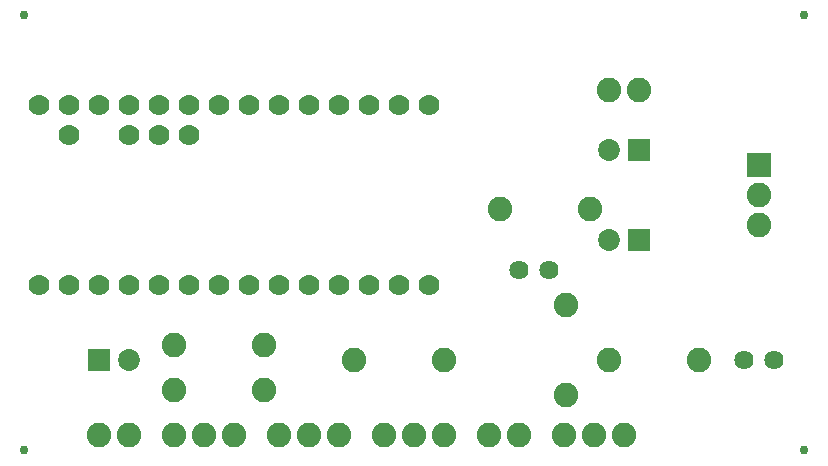
<source format=gbr>
G04 EAGLE Gerber RS-274X export*
G75*
%MOMM*%
%FSLAX34Y34*%
%LPD*%
%INSoldermask Top*%
%IPPOS*%
%AMOC8*
5,1,8,0,0,1.08239X$1,22.5*%
G01*
%ADD10C,0.753200*%
%ADD11C,2.082800*%
%ADD12C,1.778000*%
%ADD13R,1.854200X1.854200*%
%ADD14C,1.854200*%
%ADD15C,1.625600*%
%ADD16R,2.082800X2.082800*%


D10*
X685800Y25400D03*
X25400Y25400D03*
X685800Y393700D03*
X25400Y393700D03*
D11*
X88900Y38100D03*
X114300Y38100D03*
X152400Y38100D03*
X177800Y38100D03*
X203200Y38100D03*
X419100Y38100D03*
X444500Y38100D03*
X520700Y330200D03*
X546100Y330200D03*
X482600Y38100D03*
X508000Y38100D03*
X533400Y38100D03*
D12*
X38100Y165100D03*
X63500Y165100D03*
X88900Y165100D03*
X114300Y165100D03*
X139700Y165100D03*
X165100Y165100D03*
X190500Y165100D03*
X215900Y165100D03*
X241300Y165100D03*
X266700Y165100D03*
X292100Y165100D03*
X317500Y165100D03*
X342900Y165100D03*
X368300Y165100D03*
X368300Y317500D03*
X342900Y317500D03*
X317500Y317500D03*
X292100Y317500D03*
X266700Y317500D03*
X241300Y317500D03*
X215900Y317500D03*
X190500Y317500D03*
X165100Y317500D03*
X139700Y317500D03*
X114300Y317500D03*
X88900Y317500D03*
X63500Y317500D03*
X38100Y317500D03*
X63500Y292100D03*
X114300Y292100D03*
X139700Y292100D03*
X165100Y292100D03*
D11*
X241300Y38100D03*
X266700Y38100D03*
X292100Y38100D03*
X330200Y38100D03*
X355600Y38100D03*
X381000Y38100D03*
X427990Y229870D03*
X504190Y229870D03*
X596900Y101600D03*
X520700Y101600D03*
X381000Y101600D03*
X304800Y101600D03*
X152400Y114300D03*
X228600Y114300D03*
X228600Y76200D03*
X152400Y76200D03*
D13*
X89100Y101600D03*
D14*
X114100Y101600D03*
D13*
X545900Y203200D03*
D14*
X520900Y203200D03*
D13*
X545900Y279400D03*
D14*
X520900Y279400D03*
D15*
X635000Y101600D03*
X660400Y101600D03*
X469900Y177800D03*
X444500Y177800D03*
D16*
X647700Y266700D03*
D11*
X647700Y241300D03*
X647700Y215900D03*
X483870Y148590D03*
X483870Y72390D03*
M02*

</source>
